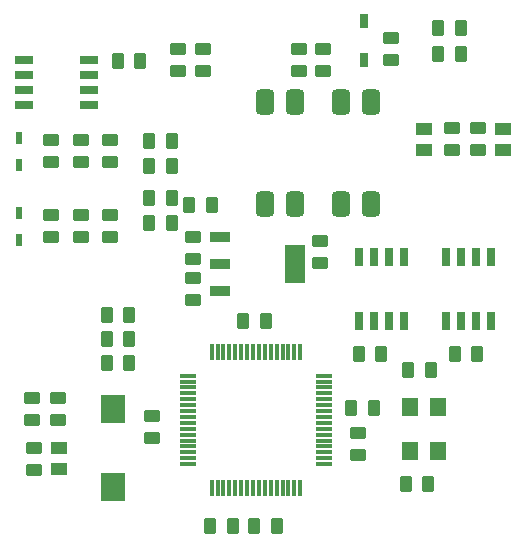
<source format=gtp>
G04*
G04 #@! TF.GenerationSoftware,Altium Limited,Altium Designer,23.8.1 (32)*
G04*
G04 Layer_Color=8421504*
%FSLAX25Y25*%
%MOIN*%
G70*
G04*
G04 #@! TF.SameCoordinates,823993F6-8BEF-49D6-9206-44A6C2E96FBA*
G04*
G04*
G04 #@! TF.FilePolarity,Positive*
G04*
G01*
G75*
%ADD16R,0.01181X0.05807*%
%ADD17R,0.05807X0.01181*%
G04:AMPARAMS|DCode=18|XSize=47.64mil|YSize=28.74mil|CornerRadius=2.59mil|HoleSize=0mil|Usage=FLASHONLY|Rotation=90.000|XOffset=0mil|YOffset=0mil|HoleType=Round|Shape=RoundedRectangle|*
%AMROUNDEDRECTD18*
21,1,0.04764,0.02357,0,0,90.0*
21,1,0.04247,0.02874,0,0,90.0*
1,1,0.00517,0.01178,0.02123*
1,1,0.00517,0.01178,-0.02123*
1,1,0.00517,-0.01178,-0.02123*
1,1,0.00517,-0.01178,0.02123*
%
%ADD18ROUNDEDRECTD18*%
G04:AMPARAMS|DCode=19|XSize=39.37mil|YSize=55.91mil|CornerRadius=4.92mil|HoleSize=0mil|Usage=FLASHONLY|Rotation=270.000|XOffset=0mil|YOffset=0mil|HoleType=Round|Shape=RoundedRectangle|*
%AMROUNDEDRECTD19*
21,1,0.03937,0.04606,0,0,270.0*
21,1,0.02953,0.05591,0,0,270.0*
1,1,0.00984,-0.02303,-0.01476*
1,1,0.00984,-0.02303,0.01476*
1,1,0.00984,0.02303,0.01476*
1,1,0.00984,0.02303,-0.01476*
%
%ADD19ROUNDEDRECTD19*%
G04:AMPARAMS|DCode=20|XSize=39.37mil|YSize=55.91mil|CornerRadius=4.92mil|HoleSize=0mil|Usage=FLASHONLY|Rotation=180.000|XOffset=0mil|YOffset=0mil|HoleType=Round|Shape=RoundedRectangle|*
%AMROUNDEDRECTD20*
21,1,0.03937,0.04606,0,0,180.0*
21,1,0.02953,0.05591,0,0,180.0*
1,1,0.00984,-0.01476,0.02303*
1,1,0.00984,0.01476,0.02303*
1,1,0.00984,0.01476,-0.02303*
1,1,0.00984,-0.01476,-0.02303*
%
%ADD20ROUNDEDRECTD20*%
%ADD21R,0.05709X0.04331*%
%ADD22R,0.06890X0.03740*%
%ADD23R,0.06890X0.12598*%
G04:AMPARAMS|DCode=24|XSize=83.86mil|YSize=61.81mil|CornerRadius=15.45mil|HoleSize=0mil|Usage=FLASHONLY|Rotation=270.000|XOffset=0mil|YOffset=0mil|HoleType=Round|Shape=RoundedRectangle|*
%AMROUNDEDRECTD24*
21,1,0.08386,0.03091,0,0,270.0*
21,1,0.05295,0.06181,0,0,270.0*
1,1,0.03091,-0.01545,-0.02648*
1,1,0.03091,-0.01545,0.02648*
1,1,0.03091,0.01545,0.02648*
1,1,0.03091,0.01545,-0.02648*
%
%ADD24ROUNDEDRECTD24*%
%ADD25R,0.02559X0.06004*%
%ADD26R,0.06004X0.02559*%
G04:AMPARAMS|DCode=27|XSize=40.55mil|YSize=20.47mil|CornerRadius=2.56mil|HoleSize=0mil|Usage=FLASHONLY|Rotation=270.000|XOffset=0mil|YOffset=0mil|HoleType=Round|Shape=RoundedRectangle|*
%AMROUNDEDRECTD27*
21,1,0.04055,0.01535,0,0,270.0*
21,1,0.03543,0.02047,0,0,270.0*
1,1,0.00512,-0.00768,-0.01772*
1,1,0.00512,-0.00768,0.01772*
1,1,0.00512,0.00768,0.01772*
1,1,0.00512,0.00768,-0.01772*
%
%ADD27ROUNDEDRECTD27*%
%ADD28R,0.05512X0.06299*%
%ADD29R,0.08268X0.09449*%
D16*
X367736Y350091D02*
D03*
X369705D02*
D03*
X371673D02*
D03*
X373642D02*
D03*
X375610D02*
D03*
X377579D02*
D03*
X379547D02*
D03*
X381516D02*
D03*
X383484D02*
D03*
X385453D02*
D03*
X387421D02*
D03*
X389390D02*
D03*
X391358D02*
D03*
X393327D02*
D03*
X395295D02*
D03*
X397264D02*
D03*
Y304909D02*
D03*
X395295D02*
D03*
X393327D02*
D03*
X391358D02*
D03*
X389390D02*
D03*
X387421D02*
D03*
X385453D02*
D03*
X383484D02*
D03*
X381516D02*
D03*
X379547D02*
D03*
X377579D02*
D03*
X375610D02*
D03*
X373642D02*
D03*
X371673D02*
D03*
X369705D02*
D03*
X367736D02*
D03*
D17*
X405091Y342264D02*
D03*
Y340295D02*
D03*
Y338327D02*
D03*
Y336358D02*
D03*
Y334390D02*
D03*
Y332421D02*
D03*
Y330453D02*
D03*
Y328484D02*
D03*
Y326516D02*
D03*
Y324547D02*
D03*
Y322579D02*
D03*
Y320610D02*
D03*
Y318642D02*
D03*
Y316673D02*
D03*
Y314705D02*
D03*
Y312736D02*
D03*
X359910D02*
D03*
Y314705D02*
D03*
Y316673D02*
D03*
Y318642D02*
D03*
Y320610D02*
D03*
Y322579D02*
D03*
Y324547D02*
D03*
Y326516D02*
D03*
Y328484D02*
D03*
Y330453D02*
D03*
Y332421D02*
D03*
Y334390D02*
D03*
Y336358D02*
D03*
Y338327D02*
D03*
Y340295D02*
D03*
Y342264D02*
D03*
D18*
X418500Y460614D02*
D03*
Y447386D02*
D03*
D19*
X361500Y367319D02*
D03*
Y374681D02*
D03*
Y388362D02*
D03*
Y381000D02*
D03*
X427500Y447319D02*
D03*
Y454681D02*
D03*
X456666Y417378D02*
D03*
Y424740D02*
D03*
X447833Y417378D02*
D03*
Y424740D02*
D03*
X404000Y387181D02*
D03*
Y379819D02*
D03*
X397000Y451181D02*
D03*
Y443819D02*
D03*
X405000D02*
D03*
Y451181D02*
D03*
X365000D02*
D03*
Y443819D02*
D03*
X356500D02*
D03*
Y451181D02*
D03*
X324109Y420681D02*
D03*
Y413319D02*
D03*
X314222Y420681D02*
D03*
Y413319D02*
D03*
X333996D02*
D03*
Y420681D02*
D03*
Y388319D02*
D03*
Y395681D02*
D03*
X314220D02*
D03*
Y388319D02*
D03*
X324110Y395681D02*
D03*
Y388319D02*
D03*
X416500Y315819D02*
D03*
Y323181D02*
D03*
X308500Y310921D02*
D03*
Y318284D02*
D03*
X308000Y327319D02*
D03*
Y334681D02*
D03*
X316500Y327319D02*
D03*
Y334681D02*
D03*
X348000Y328681D02*
D03*
Y321319D02*
D03*
D20*
X443319Y449500D02*
D03*
X450681D02*
D03*
X443319Y458000D02*
D03*
X450681D02*
D03*
X367681Y399000D02*
D03*
X360319D02*
D03*
X440681Y344000D02*
D03*
X433319D02*
D03*
X421681Y331500D02*
D03*
X414319D02*
D03*
X424181Y349500D02*
D03*
X416819D02*
D03*
X456181D02*
D03*
X448819D02*
D03*
X336638Y447000D02*
D03*
X344000D02*
D03*
X354362Y420500D02*
D03*
X347000D02*
D03*
Y412000D02*
D03*
X354362D02*
D03*
Y393000D02*
D03*
X347000D02*
D03*
Y401500D02*
D03*
X354362D02*
D03*
X378319Y360500D02*
D03*
X385681D02*
D03*
X440000Y306000D02*
D03*
X432638D02*
D03*
X389362Y292000D02*
D03*
X382000D02*
D03*
X367319D02*
D03*
X374681D02*
D03*
X340181Y346500D02*
D03*
X332819D02*
D03*
Y362500D02*
D03*
X340181D02*
D03*
X332819Y354500D02*
D03*
X340181D02*
D03*
D21*
X465000Y417457D02*
D03*
Y424543D02*
D03*
X438500Y417457D02*
D03*
Y424543D02*
D03*
X317000Y311000D02*
D03*
Y318087D02*
D03*
D22*
X370598Y388555D02*
D03*
Y379500D02*
D03*
Y370445D02*
D03*
D23*
X395402Y379500D02*
D03*
D24*
X395500Y433390D02*
D03*
X385500D02*
D03*
Y399610D02*
D03*
X395500D02*
D03*
X421000Y433390D02*
D03*
X411000D02*
D03*
Y399610D02*
D03*
X421000D02*
D03*
D25*
X417000Y360323D02*
D03*
X422000D02*
D03*
X427000D02*
D03*
X432000D02*
D03*
Y381677D02*
D03*
X427000D02*
D03*
X422000D02*
D03*
X417000D02*
D03*
X446000Y360323D02*
D03*
X451000D02*
D03*
X456000D02*
D03*
X461000D02*
D03*
Y381677D02*
D03*
X456000D02*
D03*
X451000D02*
D03*
X446000D02*
D03*
D26*
X305323Y447500D02*
D03*
Y442500D02*
D03*
Y437500D02*
D03*
Y432500D02*
D03*
X326677D02*
D03*
Y437500D02*
D03*
Y442500D02*
D03*
Y447500D02*
D03*
D27*
X303508Y412472D02*
D03*
Y421528D02*
D03*
Y387472D02*
D03*
Y396528D02*
D03*
D28*
X443055Y317000D02*
D03*
Y331961D02*
D03*
X434000D02*
D03*
Y317000D02*
D03*
D29*
X335000Y305000D02*
D03*
Y330984D02*
D03*
M02*

</source>
